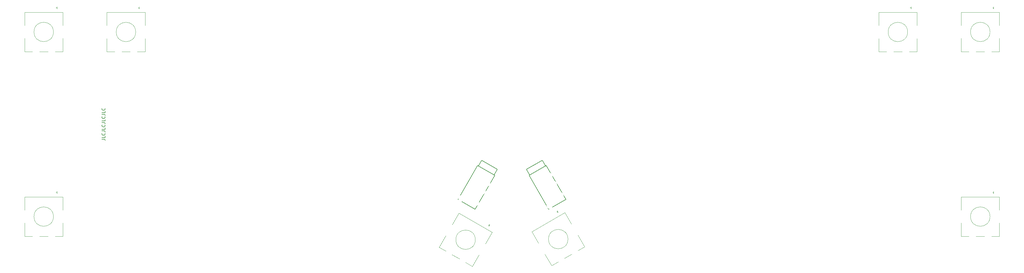
<source format=gto>
G04 #@! TF.GenerationSoftware,KiCad,Pcbnew,(5.1.2-1)-1*
G04 #@! TF.CreationDate,2020-07-26T11:12:34-05:00*
G04 #@! TF.ProjectId,Dori,446f7269-2e6b-4696-9361-645f70636258,rev?*
G04 #@! TF.SameCoordinates,Original*
G04 #@! TF.FileFunction,Legend,Top*
G04 #@! TF.FilePolarity,Positive*
%FSLAX46Y46*%
G04 Gerber Fmt 4.6, Leading zero omitted, Abs format (unit mm)*
G04 Created by KiCad (PCBNEW (5.1.2-1)-1) date 2020-07-26 11:12:34*
%MOMM*%
%LPD*%
G04 APERTURE LIST*
%ADD10C,0.150000*%
%ADD11C,0.120000*%
%ADD12C,2.642000*%
%ADD13C,1.803800*%
%ADD14C,4.089800*%
%ADD15C,3.602000*%
%ADD16C,0.902000*%
%ADD17R,2.102000X2.102000*%
%ADD18C,2.102000*%
%ADD19R,2.102000X3.302000*%
%ADD20C,1.702000*%
%ADD21C,1.702000*%
%ADD22C,0.100000*%
%ADD23C,1.803400*%
%ADD24O,1.402000X2.502000*%
%ADD25O,1.402000X2.002000*%
%ADD26C,0.752000*%
G04 APERTURE END LIST*
D10*
X118772380Y-85559047D02*
X119486666Y-85559047D01*
X119629523Y-85606666D01*
X119724761Y-85701904D01*
X119772380Y-85844761D01*
X119772380Y-85940000D01*
X119772380Y-84606666D02*
X119772380Y-85082857D01*
X118772380Y-85082857D01*
X119677142Y-83701904D02*
X119724761Y-83749523D01*
X119772380Y-83892380D01*
X119772380Y-83987619D01*
X119724761Y-84130476D01*
X119629523Y-84225714D01*
X119534285Y-84273333D01*
X119343809Y-84320952D01*
X119200952Y-84320952D01*
X119010476Y-84273333D01*
X118915238Y-84225714D01*
X118820000Y-84130476D01*
X118772380Y-83987619D01*
X118772380Y-83892380D01*
X118820000Y-83749523D01*
X118867619Y-83701904D01*
X118772380Y-82987619D02*
X119486666Y-82987619D01*
X119629523Y-83035238D01*
X119724761Y-83130476D01*
X119772380Y-83273333D01*
X119772380Y-83368571D01*
X119772380Y-82035238D02*
X119772380Y-82511428D01*
X118772380Y-82511428D01*
X119677142Y-81130476D02*
X119724761Y-81178095D01*
X119772380Y-81320952D01*
X119772380Y-81416190D01*
X119724761Y-81559047D01*
X119629523Y-81654285D01*
X119534285Y-81701904D01*
X119343809Y-81749523D01*
X119200952Y-81749523D01*
X119010476Y-81701904D01*
X118915238Y-81654285D01*
X118820000Y-81559047D01*
X118772380Y-81416190D01*
X118772380Y-81320952D01*
X118820000Y-81178095D01*
X118867619Y-81130476D01*
X118772380Y-80416190D02*
X119486666Y-80416190D01*
X119629523Y-80463809D01*
X119724761Y-80559047D01*
X119772380Y-80701904D01*
X119772380Y-80797142D01*
X119772380Y-79463809D02*
X119772380Y-79940000D01*
X118772380Y-79940000D01*
X119677142Y-78559047D02*
X119724761Y-78606666D01*
X119772380Y-78749523D01*
X119772380Y-78844761D01*
X119724761Y-78987619D01*
X119629523Y-79082857D01*
X119534285Y-79130476D01*
X119343809Y-79178095D01*
X119200952Y-79178095D01*
X119010476Y-79130476D01*
X118915238Y-79082857D01*
X118820000Y-78987619D01*
X118772380Y-78844761D01*
X118772380Y-78749523D01*
X118820000Y-78606666D01*
X118867619Y-78559047D01*
X118772380Y-77844761D02*
X119486666Y-77844761D01*
X119629523Y-77892380D01*
X119724761Y-77987619D01*
X119772380Y-78130476D01*
X119772380Y-78225714D01*
X119772380Y-76892380D02*
X119772380Y-77368571D01*
X118772380Y-77368571D01*
X119677142Y-75987619D02*
X119724761Y-76035238D01*
X119772380Y-76178095D01*
X119772380Y-76273333D01*
X119724761Y-76416190D01*
X119629523Y-76511428D01*
X119534285Y-76559047D01*
X119343809Y-76606666D01*
X119200952Y-76606666D01*
X119010476Y-76559047D01*
X118915238Y-76511428D01*
X118820000Y-76416190D01*
X118772380Y-76273333D01*
X118772380Y-76178095D01*
X118820000Y-76035238D01*
X118867619Y-75987619D01*
D11*
X367331250Y-52387500D02*
G75*
G03X367331250Y-52387500I-3000000J0D01*
G01*
X370231250Y-54387500D02*
X370231250Y-58487500D01*
X358431250Y-58487500D02*
X358431250Y-54387500D01*
X358431250Y-50387500D02*
X358431250Y-46287500D01*
X370231250Y-50387500D02*
X370231250Y-46287500D01*
X370231250Y-46287500D02*
X358431250Y-46287500D01*
X368131250Y-44887500D02*
X368431250Y-44587500D01*
X368431250Y-44587500D02*
X368431250Y-45187500D01*
X368431250Y-45187500D02*
X368131250Y-44887500D01*
X370231250Y-58487500D02*
X367831250Y-58487500D01*
X365631250Y-58487500D02*
X363031250Y-58487500D01*
X360831250Y-58487500D02*
X358431250Y-58487500D01*
X364831250Y-52387500D02*
X363831250Y-52387500D01*
X364331250Y-51887500D02*
X364331250Y-52887500D01*
X392756650Y-109524800D02*
G75*
G03X392756650Y-109524800I-3000000J0D01*
G01*
X395656650Y-111524800D02*
X395656650Y-115624800D01*
X383856650Y-115624800D02*
X383856650Y-111524800D01*
X383856650Y-107524800D02*
X383856650Y-103424800D01*
X395656650Y-107524800D02*
X395656650Y-103424800D01*
X395656650Y-103424800D02*
X383856650Y-103424800D01*
X393556650Y-102024800D02*
X393856650Y-101724800D01*
X393856650Y-101724800D02*
X393856650Y-102324800D01*
X393856650Y-102324800D02*
X393556650Y-102024800D01*
X395656650Y-115624800D02*
X393256650Y-115624800D01*
X391056650Y-115624800D02*
X388456650Y-115624800D01*
X386256650Y-115624800D02*
X383856650Y-115624800D01*
X390256650Y-109524800D02*
X389256650Y-109524800D01*
X389756650Y-109024800D02*
X389756650Y-110024800D01*
X392756650Y-52374800D02*
G75*
G03X392756650Y-52374800I-3000000J0D01*
G01*
X395656650Y-54374800D02*
X395656650Y-58474800D01*
X383856650Y-58474800D02*
X383856650Y-54374800D01*
X383856650Y-50374800D02*
X383856650Y-46274800D01*
X395656650Y-50374800D02*
X395656650Y-46274800D01*
X395656650Y-46274800D02*
X383856650Y-46274800D01*
X393556650Y-44874800D02*
X393856650Y-44574800D01*
X393856650Y-44574800D02*
X393856650Y-45174800D01*
X393856650Y-45174800D02*
X393556650Y-44874800D01*
X395656650Y-58474800D02*
X393256650Y-58474800D01*
X391056650Y-58474800D02*
X388456650Y-58474800D01*
X386256650Y-58474800D02*
X383856650Y-58474800D01*
X390256650Y-52374800D02*
X389256650Y-52374800D01*
X389756650Y-51874800D02*
X389756650Y-52874800D01*
D10*
X255847627Y-93725000D02*
X250564873Y-96775000D01*
X261897627Y-104203907D02*
X256614873Y-107253907D01*
X255847627Y-93725000D02*
X261897627Y-104203907D01*
X250564873Y-96775000D02*
X256614873Y-107253907D01*
X255631121Y-93850000D02*
X254631121Y-92117949D01*
X250781379Y-96650000D02*
X249781379Y-94917949D01*
X254631121Y-92117949D02*
X249781379Y-94917949D01*
X240756121Y-94917949D02*
X235906379Y-92117949D01*
X234906379Y-93850000D02*
X235906379Y-92117949D01*
X239756121Y-96650000D02*
X240756121Y-94917949D01*
X234689873Y-93725000D02*
X228639873Y-104203907D01*
X239972627Y-96775000D02*
X233922627Y-107253907D01*
X233922627Y-107253907D02*
X228639873Y-104203907D01*
X239972627Y-96775000D02*
X234689873Y-93725000D01*
D11*
X103831650Y-109524800D02*
G75*
G03X103831650Y-109524800I-3000000J0D01*
G01*
X106731650Y-111524800D02*
X106731650Y-115624800D01*
X94931650Y-115624800D02*
X94931650Y-111524800D01*
X94931650Y-107524800D02*
X94931650Y-103424800D01*
X106731650Y-107524800D02*
X106731650Y-103424800D01*
X106731650Y-103424800D02*
X94931650Y-103424800D01*
X104631650Y-102024800D02*
X104931650Y-101724800D01*
X104931650Y-101724800D02*
X104931650Y-102324800D01*
X104931650Y-102324800D02*
X104631650Y-102024800D01*
X106731650Y-115624800D02*
X104331650Y-115624800D01*
X102131650Y-115624800D02*
X99531650Y-115624800D01*
X97331650Y-115624800D02*
X94931650Y-115624800D01*
X101331650Y-109524800D02*
X100331650Y-109524800D01*
X100831650Y-109024800D02*
X100831650Y-110024800D01*
X103831650Y-52374800D02*
G75*
G03X103831650Y-52374800I-3000000J0D01*
G01*
X106731650Y-54374800D02*
X106731650Y-58474800D01*
X94931650Y-58474800D02*
X94931650Y-54374800D01*
X94931650Y-50374800D02*
X94931650Y-46274800D01*
X106731650Y-50374800D02*
X106731650Y-46274800D01*
X106731650Y-46274800D02*
X94931650Y-46274800D01*
X104631650Y-44874800D02*
X104931650Y-44574800D01*
X104931650Y-44574800D02*
X104931650Y-45174800D01*
X104931650Y-45174800D02*
X104631650Y-44874800D01*
X106731650Y-58474800D02*
X104331650Y-58474800D01*
X102131650Y-58474800D02*
X99531650Y-58474800D01*
X97331650Y-58474800D02*
X94931650Y-58474800D01*
X101331650Y-52374800D02*
X100331650Y-52374800D01*
X100831650Y-51874800D02*
X100831650Y-52874800D01*
X262556250Y-116498801D02*
G75*
G03X262556250Y-116498801I-3000000J0D01*
G01*
X265665800Y-115280852D02*
X267715800Y-118831556D01*
X257496700Y-124731556D02*
X255446700Y-121180852D01*
X253446700Y-117716750D02*
X251396700Y-114166046D01*
X263665800Y-111816750D02*
X261615800Y-108266046D01*
X261615800Y-108266046D02*
X251396700Y-114166046D01*
X259097147Y-108103610D02*
X259206954Y-107693803D01*
X259206954Y-107693803D02*
X259506954Y-108213418D01*
X259506954Y-108213418D02*
X259097147Y-108103610D01*
X267715800Y-118831556D02*
X265637339Y-120031556D01*
X263732083Y-121131556D02*
X261480417Y-122431556D01*
X259575161Y-123531556D02*
X257496700Y-124731556D01*
X259989263Y-116248801D02*
X259123237Y-116748801D01*
X259306250Y-116065788D02*
X259806250Y-116931814D01*
X233981250Y-116681250D02*
G75*
G03X233981250Y-116681250I-3000000J0D01*
G01*
X235090800Y-121363301D02*
X233040800Y-124914005D01*
X222821700Y-119014005D02*
X224871700Y-115463301D01*
X226871700Y-111999199D02*
X228921700Y-108448495D01*
X237090800Y-117899199D02*
X239140800Y-114348495D01*
X239140800Y-114348495D02*
X228921700Y-108448495D01*
X238022147Y-112086059D02*
X238431954Y-111976252D01*
X238431954Y-111976252D02*
X238131954Y-112495867D01*
X238131954Y-112495867D02*
X238022147Y-112086059D01*
X233040800Y-124914005D02*
X230962339Y-123714005D01*
X229057083Y-122614005D02*
X226805417Y-121314005D01*
X224900161Y-120214005D02*
X222821700Y-119014005D01*
X231414263Y-116931250D02*
X230548237Y-116431250D01*
X231231250Y-116248237D02*
X230731250Y-117114263D01*
X129206250Y-52387500D02*
G75*
G03X129206250Y-52387500I-3000000J0D01*
G01*
X132106250Y-54387500D02*
X132106250Y-58487500D01*
X120306250Y-58487500D02*
X120306250Y-54387500D01*
X120306250Y-50387500D02*
X120306250Y-46287500D01*
X132106250Y-50387500D02*
X132106250Y-46287500D01*
X132106250Y-46287500D02*
X120306250Y-46287500D01*
X130006250Y-44887500D02*
X130306250Y-44587500D01*
X130306250Y-44587500D02*
X130306250Y-45187500D01*
X130306250Y-45187500D02*
X130006250Y-44887500D01*
X132106250Y-58487500D02*
X129706250Y-58487500D01*
X127506250Y-58487500D02*
X124906250Y-58487500D01*
X122706250Y-58487500D02*
X120306250Y-58487500D01*
X126706250Y-52387500D02*
X125706250Y-52387500D01*
X126206250Y-51887500D02*
X126206250Y-52887500D01*
%LPC*%
D12*
X187166250Y-93027500D03*
X180816250Y-95567500D03*
D13*
X178276250Y-90487500D03*
X188436250Y-90487500D03*
D14*
X183356250Y-90487500D03*
D12*
X104616250Y-93027500D03*
X98266250Y-95567500D03*
D13*
X95726250Y-90487500D03*
X105886250Y-90487500D03*
D14*
X100806250Y-90487500D03*
D12*
X291941250Y-93027500D03*
X285591250Y-95567500D03*
D13*
X283051250Y-90487500D03*
X293211250Y-90487500D03*
D14*
X288131250Y-90487500D03*
D12*
X272891250Y-93027500D03*
X266541250Y-95567500D03*
D13*
X264001250Y-90487500D03*
X274161250Y-90487500D03*
D14*
X269081250Y-90487500D03*
D12*
X225266250Y-73977500D03*
X218916250Y-76517500D03*
D13*
X216376250Y-71437500D03*
X226536250Y-71437500D03*
D14*
X221456250Y-71437500D03*
D12*
X393541250Y-54927500D03*
X387191250Y-57467500D03*
D13*
X384651250Y-52387500D03*
X394811250Y-52387500D03*
D14*
X389731250Y-52387500D03*
D12*
X393541250Y-73977500D03*
X387191250Y-76517500D03*
D13*
X384651250Y-71437500D03*
X394811250Y-71437500D03*
D14*
X389731250Y-71437500D03*
D15*
X380206250Y-100012500D03*
X380206250Y-61912500D03*
D16*
X372665625Y-65214500D03*
X372665625Y-63690500D03*
X372665625Y-58864500D03*
X372665625Y-60388500D03*
X372665625Y-61912500D03*
X372665625Y-103060500D03*
X372665625Y-101536500D03*
X372665625Y-96964500D03*
X372665625Y-98488500D03*
X372665625Y-100012500D03*
D17*
X366831250Y-44887500D03*
D18*
X364331250Y-44887500D03*
X361831250Y-44887500D03*
D19*
X369931250Y-52387500D03*
X358731250Y-52387500D03*
D18*
X366831250Y-59387500D03*
X361831250Y-59387500D03*
D17*
X392256650Y-102024800D03*
D18*
X389756650Y-102024800D03*
X387256650Y-102024800D03*
D19*
X395356650Y-109524800D03*
X384156650Y-109524800D03*
D18*
X392256650Y-116524800D03*
X387256650Y-116524800D03*
D17*
X392256650Y-44874800D03*
D18*
X389756650Y-44874800D03*
X387256650Y-44874800D03*
D19*
X395356650Y-52374800D03*
X384156650Y-52374800D03*
D18*
X392256650Y-59374800D03*
X387256650Y-59374800D03*
D12*
X393541250Y-112077500D03*
X387191250Y-114617500D03*
D13*
X384651250Y-109537500D03*
X394811250Y-109537500D03*
D14*
X389731250Y-109537500D03*
D12*
X393541250Y-93027500D03*
X387191250Y-95567500D03*
D13*
X384651250Y-90487500D03*
X394811250Y-90487500D03*
D14*
X389731250Y-90487500D03*
D16*
X275492000Y-44080000D03*
X277016000Y-44080000D03*
X281588000Y-44080000D03*
X280064000Y-44080000D03*
X278540000Y-44080000D03*
X351758250Y-44053125D03*
X353282250Y-44053125D03*
X357854250Y-44053125D03*
X356330250Y-44053125D03*
X354806250Y-44053125D03*
X132683250Y-44053125D03*
X134207250Y-44053125D03*
X138779250Y-44053125D03*
X137255250Y-44053125D03*
X135731250Y-44053125D03*
X208883250Y-44053125D03*
X210407250Y-44053125D03*
X214979250Y-44053125D03*
X213455250Y-44053125D03*
X211931250Y-44053125D03*
D12*
X330041250Y-112077500D03*
X323691250Y-114617500D03*
D13*
X321151250Y-109537500D03*
X331311250Y-109537500D03*
D14*
X326231250Y-109537500D03*
D16*
X190627000Y-117871875D03*
X192151000Y-117871875D03*
X196723000Y-117871875D03*
X195199000Y-117871875D03*
X193675000Y-117871875D03*
X132683250Y-117871875D03*
X134207250Y-117871875D03*
X138779250Y-117871875D03*
X137255250Y-117871875D03*
X135731250Y-117871875D03*
X293814500Y-117871875D03*
X295338500Y-117871875D03*
X299910500Y-117871875D03*
X298386500Y-117871875D03*
X296862500Y-117871875D03*
X351758250Y-117871875D03*
X353282250Y-117871875D03*
X357854250Y-117871875D03*
X356330250Y-117871875D03*
X354806250Y-117871875D03*
X117800000Y-64706500D03*
X117800000Y-63309500D03*
X117800000Y-59118500D03*
X117800000Y-60515500D03*
X117800000Y-61912500D03*
D15*
X110331250Y-100012500D03*
X354806250Y-61912500D03*
D20*
X258298108Y-99469358D03*
D21*
X258198108Y-99296153D02*
X258398108Y-99642563D01*
D16*
X254006250Y-96635641D03*
X257506250Y-102697818D03*
D20*
X256798108Y-96871281D03*
D21*
X256698108Y-96698076D02*
X256898108Y-97044486D01*
D20*
X260298108Y-102933459D03*
D21*
X260198108Y-102760254D02*
X260398108Y-103106664D01*
D20*
X256864392Y-106186087D03*
D21*
X256764392Y-106012882D02*
X256964392Y-106359292D01*
D20*
X229689392Y-103886087D03*
D21*
X229789392Y-103712882D02*
X229589392Y-104059292D01*
D20*
X234223108Y-105233459D03*
D21*
X234323108Y-105060254D02*
X234123108Y-105406664D01*
D20*
X237723108Y-99171281D03*
D21*
X237823108Y-98998076D02*
X237623108Y-99344486D01*
D16*
X233031250Y-102697818D03*
X236531250Y-96635641D03*
D20*
X236223108Y-101769358D03*
D21*
X236323108Y-101596153D02*
X236123108Y-101942563D01*
D17*
X103331650Y-102024800D03*
D18*
X100831650Y-102024800D03*
X98331650Y-102024800D03*
D19*
X106431650Y-109524800D03*
X95231650Y-109524800D03*
D18*
X103331650Y-116524800D03*
X98331650Y-116524800D03*
D17*
X103331650Y-44874800D03*
D18*
X100831650Y-44874800D03*
X98331650Y-44874800D03*
D19*
X106431650Y-52374800D03*
X95231650Y-52374800D03*
D18*
X103331650Y-59374800D03*
X98331650Y-59374800D03*
D12*
X104616250Y-112077500D03*
X98266250Y-114617500D03*
D13*
X95726250Y-109537500D03*
X105886250Y-109537500D03*
D14*
X100806250Y-109537500D03*
D12*
X104616250Y-73977500D03*
X98266250Y-76517500D03*
D13*
X95726250Y-71437500D03*
X105886250Y-71437500D03*
D14*
X100806250Y-71437500D03*
D12*
X104616250Y-54927500D03*
X98266250Y-57467500D03*
D13*
X95726250Y-52387500D03*
X105886250Y-52387500D03*
D14*
X100806250Y-52387500D03*
D22*
G36*
X355504491Y-73690471D02*
G01*
X355548256Y-73696963D01*
X355591175Y-73707713D01*
X355632833Y-73722619D01*
X355672829Y-73741536D01*
X355710779Y-73764282D01*
X355746316Y-73790638D01*
X355779099Y-73820351D01*
X355808812Y-73853134D01*
X355835168Y-73888671D01*
X355857914Y-73926621D01*
X355876831Y-73966617D01*
X355891737Y-74008275D01*
X355902487Y-74051194D01*
X355908979Y-74094959D01*
X355911150Y-74139150D01*
X355911150Y-75040850D01*
X355908979Y-75085041D01*
X355902487Y-75128806D01*
X355891737Y-75171725D01*
X355876831Y-75213383D01*
X355857914Y-75253379D01*
X355835168Y-75291329D01*
X355808812Y-75326866D01*
X355779099Y-75359649D01*
X355746316Y-75389362D01*
X355710779Y-75415718D01*
X355672829Y-75438464D01*
X355632833Y-75457381D01*
X355591175Y-75472287D01*
X355548256Y-75483037D01*
X355504491Y-75489529D01*
X355460300Y-75491700D01*
X354558600Y-75491700D01*
X354514409Y-75489529D01*
X354470644Y-75483037D01*
X354427725Y-75472287D01*
X354386067Y-75457381D01*
X354346071Y-75438464D01*
X354308121Y-75415718D01*
X354272584Y-75389362D01*
X354239801Y-75359649D01*
X354210088Y-75326866D01*
X354183732Y-75291329D01*
X354160986Y-75253379D01*
X354142069Y-75213383D01*
X354127163Y-75171725D01*
X354116413Y-75128806D01*
X354109921Y-75085041D01*
X354107750Y-75040850D01*
X354107750Y-74139150D01*
X354109921Y-74094959D01*
X354116413Y-74051194D01*
X354127163Y-74008275D01*
X354142069Y-73966617D01*
X354160986Y-73926621D01*
X354183732Y-73888671D01*
X354210088Y-73853134D01*
X354239801Y-73820351D01*
X354272584Y-73790638D01*
X354308121Y-73764282D01*
X354346071Y-73741536D01*
X354386067Y-73722619D01*
X354427725Y-73707713D01*
X354470644Y-73696963D01*
X354514409Y-73690471D01*
X354558600Y-73688300D01*
X355460300Y-73688300D01*
X355504491Y-73690471D01*
X355504491Y-73690471D01*
G37*
D23*
X355009450Y-74590000D03*
X354603050Y-77130000D03*
X355009450Y-79670000D03*
X354603050Y-82210000D03*
X355009450Y-84750000D03*
X354603050Y-87290000D03*
D24*
X331456250Y-47712500D03*
X340056250Y-47712500D03*
D25*
X340056250Y-43512500D03*
D26*
X338646250Y-47161500D03*
X332866250Y-47161500D03*
D25*
X331456250Y-43512500D03*
D15*
X221853125Y-105171875D03*
D18*
X257971314Y-108753610D03*
D22*
G36*
X256535621Y-108368917D02*
G01*
X258356007Y-107317917D01*
X259407007Y-109138303D01*
X257586621Y-110189303D01*
X256535621Y-108368917D01*
X256535621Y-108368917D01*
G37*
D18*
X255806250Y-110003610D03*
X253641186Y-111253610D03*
X264405992Y-113698801D03*
D22*
G36*
X262670299Y-112794493D02*
G01*
X264490685Y-111743493D01*
X266141685Y-114603109D01*
X264321299Y-115654109D01*
X262670299Y-112794493D01*
X262670299Y-112794493D01*
G37*
D18*
X254706508Y-119298801D03*
D22*
G36*
X252970815Y-118394493D02*
G01*
X254791201Y-117343493D01*
X256442201Y-120203109D01*
X254621815Y-121254109D01*
X252970815Y-118394493D01*
X252970815Y-118394493D01*
G37*
D18*
X265221314Y-121310979D03*
X260891186Y-123810979D03*
X236896314Y-111436059D03*
D22*
G36*
X236511621Y-110000366D02*
G01*
X238332007Y-111051366D01*
X237281007Y-112871752D01*
X235460621Y-111820752D01*
X236511621Y-110000366D01*
X236511621Y-110000366D01*
G37*
D18*
X234731250Y-110186059D03*
X232566186Y-108936059D03*
X235830992Y-119481250D03*
D22*
G36*
X235746299Y-117525942D02*
G01*
X237566685Y-118576942D01*
X235915685Y-121436558D01*
X234095299Y-120385558D01*
X235746299Y-117525942D01*
X235746299Y-117525942D01*
G37*
D18*
X226131508Y-113881250D03*
D22*
G36*
X226046815Y-111925942D02*
G01*
X227867201Y-112976942D01*
X226216201Y-115836558D01*
X224395815Y-114785558D01*
X226046815Y-111925942D01*
X226046815Y-111925942D01*
G37*
D18*
X229646314Y-123993428D03*
X225316186Y-121493428D03*
D17*
X128706250Y-44887500D03*
D18*
X126206250Y-44887500D03*
X123706250Y-44887500D03*
D19*
X131806250Y-52387500D03*
X120606250Y-52387500D03*
D18*
X128706250Y-59387500D03*
X123706250Y-59387500D03*
D22*
G36*
X193579491Y-73690471D02*
G01*
X193623256Y-73696963D01*
X193666175Y-73707713D01*
X193707833Y-73722619D01*
X193747829Y-73741536D01*
X193785779Y-73764282D01*
X193821316Y-73790638D01*
X193854099Y-73820351D01*
X193883812Y-73853134D01*
X193910168Y-73888671D01*
X193932914Y-73926621D01*
X193951831Y-73966617D01*
X193966737Y-74008275D01*
X193977487Y-74051194D01*
X193983979Y-74094959D01*
X193986150Y-74139150D01*
X193986150Y-75040850D01*
X193983979Y-75085041D01*
X193977487Y-75128806D01*
X193966737Y-75171725D01*
X193951831Y-75213383D01*
X193932914Y-75253379D01*
X193910168Y-75291329D01*
X193883812Y-75326866D01*
X193854099Y-75359649D01*
X193821316Y-75389362D01*
X193785779Y-75415718D01*
X193747829Y-75438464D01*
X193707833Y-75457381D01*
X193666175Y-75472287D01*
X193623256Y-75483037D01*
X193579491Y-75489529D01*
X193535300Y-75491700D01*
X192633600Y-75491700D01*
X192589409Y-75489529D01*
X192545644Y-75483037D01*
X192502725Y-75472287D01*
X192461067Y-75457381D01*
X192421071Y-75438464D01*
X192383121Y-75415718D01*
X192347584Y-75389362D01*
X192314801Y-75359649D01*
X192285088Y-75326866D01*
X192258732Y-75291329D01*
X192235986Y-75253379D01*
X192217069Y-75213383D01*
X192202163Y-75171725D01*
X192191413Y-75128806D01*
X192184921Y-75085041D01*
X192182750Y-75040850D01*
X192182750Y-74139150D01*
X192184921Y-74094959D01*
X192191413Y-74051194D01*
X192202163Y-74008275D01*
X192217069Y-73966617D01*
X192235986Y-73926621D01*
X192258732Y-73888671D01*
X192285088Y-73853134D01*
X192314801Y-73820351D01*
X192347584Y-73790638D01*
X192383121Y-73764282D01*
X192421071Y-73741536D01*
X192461067Y-73722619D01*
X192502725Y-73707713D01*
X192545644Y-73696963D01*
X192589409Y-73690471D01*
X192633600Y-73688300D01*
X193535300Y-73688300D01*
X193579491Y-73690471D01*
X193579491Y-73690471D01*
G37*
D23*
X193084450Y-74590000D03*
X192678050Y-77130000D03*
X193084450Y-79670000D03*
X192678050Y-82210000D03*
X193084450Y-84750000D03*
X192678050Y-87290000D03*
D16*
X117799643Y-102806500D03*
X117799643Y-101409500D03*
X117799643Y-97218500D03*
X117799643Y-98615500D03*
X117799643Y-100012500D03*
D25*
X150481250Y-43512500D03*
D26*
X151891250Y-47161500D03*
X157671250Y-47161500D03*
D25*
X159081250Y-43512500D03*
D24*
X159081250Y-47712500D03*
X150481250Y-47712500D03*
D12*
X130016250Y-54927500D03*
X123666250Y-57467500D03*
D13*
X121126250Y-52387500D03*
X131286250Y-52387500D03*
D14*
X126206250Y-52387500D03*
D12*
X149066250Y-54927500D03*
X142716250Y-57467500D03*
D13*
X140176250Y-52387500D03*
X150336250Y-52387500D03*
D14*
X145256250Y-52387500D03*
D12*
X168116250Y-54927500D03*
X161766250Y-57467500D03*
D13*
X159226250Y-52387500D03*
X169386250Y-52387500D03*
D14*
X164306250Y-52387500D03*
X183356250Y-52387500D03*
D13*
X188436250Y-52387500D03*
X178276250Y-52387500D03*
D12*
X180816250Y-57467500D03*
X187166250Y-54927500D03*
X206216250Y-54927500D03*
X199866250Y-57467500D03*
D13*
X197326250Y-52387500D03*
X207486250Y-52387500D03*
D14*
X202406250Y-52387500D03*
D12*
X225266250Y-54927500D03*
X218916250Y-57467500D03*
D13*
X216376250Y-52387500D03*
X226536250Y-52387500D03*
D14*
X221456250Y-52387500D03*
D12*
X272891250Y-54927500D03*
X266541250Y-57467500D03*
D13*
X264001250Y-52387500D03*
X274161250Y-52387500D03*
D14*
X269081250Y-52387500D03*
D12*
X291941250Y-54927500D03*
X285591250Y-57467500D03*
D13*
X283051250Y-52387500D03*
X293211250Y-52387500D03*
D14*
X288131250Y-52387500D03*
D12*
X310991250Y-54927500D03*
X304641250Y-57467500D03*
D13*
X302101250Y-52387500D03*
X312261250Y-52387500D03*
D14*
X307181250Y-52387500D03*
D12*
X330041250Y-54927500D03*
X323691250Y-57467500D03*
D13*
X321151250Y-52387500D03*
X331311250Y-52387500D03*
D14*
X326231250Y-52387500D03*
D12*
X349091250Y-54927500D03*
X342741250Y-57467500D03*
D13*
X340201250Y-52387500D03*
X350361250Y-52387500D03*
D14*
X345281250Y-52387500D03*
D12*
X368141250Y-54927500D03*
X361791250Y-57467500D03*
D13*
X359251250Y-52387500D03*
X369411250Y-52387500D03*
D14*
X364331250Y-52387500D03*
D12*
X130016250Y-73977500D03*
X123666250Y-76517500D03*
D13*
X121126250Y-71437500D03*
X131286250Y-71437500D03*
D14*
X126206250Y-71437500D03*
D12*
X149066250Y-73977500D03*
X142716250Y-76517500D03*
D13*
X140176250Y-71437500D03*
X150336250Y-71437500D03*
D14*
X145256250Y-71437500D03*
D12*
X168116250Y-73977500D03*
X161766250Y-76517500D03*
D13*
X159226250Y-71437500D03*
X169386250Y-71437500D03*
D14*
X164306250Y-71437500D03*
D12*
X187166250Y-73977500D03*
X180816250Y-76517500D03*
D13*
X178276250Y-71437500D03*
X188436250Y-71437500D03*
D14*
X183356250Y-71437500D03*
D12*
X206216250Y-73977500D03*
X199866250Y-76517500D03*
D13*
X197326250Y-71437500D03*
X207486250Y-71437500D03*
D14*
X202406250Y-71437500D03*
D12*
X272891250Y-73977500D03*
X266541250Y-76517500D03*
D13*
X264001250Y-71437500D03*
X274161250Y-71437500D03*
D14*
X269081250Y-71437500D03*
D12*
X291941250Y-73977500D03*
X285591250Y-76517500D03*
D13*
X283051250Y-71437500D03*
X293211250Y-71437500D03*
D14*
X288131250Y-71437500D03*
D12*
X310991250Y-73977500D03*
X304641250Y-76517500D03*
D13*
X302101250Y-71437500D03*
X312261250Y-71437500D03*
D14*
X307181250Y-71437500D03*
D12*
X330041250Y-73977500D03*
X323691250Y-76517500D03*
D13*
X321151250Y-71437500D03*
X331311250Y-71437500D03*
D14*
X326231250Y-71437500D03*
D12*
X349091250Y-73977500D03*
X342741250Y-76517500D03*
D13*
X340201250Y-71437500D03*
X350361250Y-71437500D03*
D14*
X345281250Y-71437500D03*
D12*
X368141250Y-73977500D03*
X361791250Y-76517500D03*
D13*
X359251250Y-71437500D03*
X369411250Y-71437500D03*
D14*
X364331250Y-71437500D03*
D12*
X130016250Y-93040200D03*
X123666250Y-95580200D03*
D13*
X121126250Y-90500200D03*
X131286250Y-90500200D03*
D14*
X126206250Y-90500200D03*
D12*
X149066250Y-93027500D03*
X142716250Y-95567500D03*
D13*
X140176250Y-90487500D03*
X150336250Y-90487500D03*
D14*
X145256250Y-90487500D03*
D12*
X168116250Y-93027500D03*
X161766250Y-95567500D03*
D13*
X159226250Y-90487500D03*
X169386250Y-90487500D03*
D14*
X164306250Y-90487500D03*
D12*
X206216250Y-93027500D03*
X199866250Y-95567500D03*
D13*
X197326250Y-90487500D03*
X207486250Y-90487500D03*
D14*
X202406250Y-90487500D03*
D12*
X225266250Y-93027500D03*
X218916250Y-95567500D03*
D13*
X216376250Y-90487500D03*
X226536250Y-90487500D03*
D14*
X221456250Y-90487500D03*
D12*
X310991250Y-93027500D03*
X304641250Y-95567500D03*
D13*
X302101250Y-90487500D03*
X312261250Y-90487500D03*
D14*
X307181250Y-90487500D03*
D12*
X330041250Y-93027500D03*
X323691250Y-95567500D03*
D13*
X321151250Y-90487500D03*
X331311250Y-90487500D03*
D14*
X326231250Y-90487500D03*
D12*
X349091250Y-93027500D03*
X342741250Y-95567500D03*
D13*
X340201250Y-90487500D03*
X350361250Y-90487500D03*
D14*
X345281250Y-90487500D03*
D12*
X130016250Y-112077500D03*
X123666250Y-114617500D03*
D13*
X121126250Y-109537500D03*
X131286250Y-109537500D03*
D14*
X126206250Y-109537500D03*
D12*
X149066250Y-112077500D03*
X142716250Y-114617500D03*
D13*
X140176250Y-109537500D03*
X150336250Y-109537500D03*
D14*
X145256250Y-109537500D03*
D12*
X168116250Y-112077500D03*
X161766250Y-114617500D03*
D13*
X159226250Y-109537500D03*
X169386250Y-109537500D03*
D14*
X164306250Y-109537500D03*
D12*
X187166250Y-112077500D03*
X180816250Y-114617500D03*
D13*
X178276250Y-109537500D03*
X188436250Y-109537500D03*
D14*
X183356250Y-109537500D03*
D12*
X213338706Y-115363995D03*
X206547676Y-116173946D03*
D13*
X205409025Y-110609643D03*
X215222832Y-113239244D03*
D14*
X210315928Y-111924443D03*
X230952903Y-116679549D03*
D13*
X235352312Y-119219549D03*
X226553494Y-114139549D03*
D12*
X226213198Y-119808958D03*
X232982460Y-120784253D03*
X284510080Y-113404942D03*
X279033852Y-117501895D03*
D13*
X275265599Y-113252392D03*
X285079406Y-110622791D03*
D14*
X280172502Y-111937591D03*
D12*
X310991250Y-112077500D03*
X304641250Y-114617500D03*
D13*
X302101250Y-109537500D03*
X312261250Y-109537500D03*
D14*
X307181250Y-109537500D03*
D12*
X349091250Y-112077500D03*
X342741250Y-114617500D03*
D13*
X340201250Y-109537500D03*
X350361250Y-109537500D03*
D14*
X345281250Y-109537500D03*
D12*
X264110160Y-116817204D03*
X259880898Y-122191909D03*
D13*
X255141194Y-119062500D03*
X263940012Y-113982500D03*
D14*
X259540603Y-116522500D03*
D12*
X368141250Y-93040200D03*
X361791250Y-95580200D03*
D13*
X359251250Y-90500200D03*
X369411250Y-90500200D03*
D14*
X364331250Y-90500200D03*
D12*
X368141250Y-112077500D03*
X361791250Y-114617500D03*
D13*
X359251250Y-109537500D03*
X369411250Y-109537500D03*
D14*
X364331250Y-109537500D03*
D15*
X135731250Y-61912500D03*
X211931250Y-61940000D03*
X135731250Y-100012500D03*
X278606250Y-61912500D03*
X268684375Y-105171875D03*
X354806250Y-100012500D03*
X110331250Y-61912500D03*
M02*

</source>
